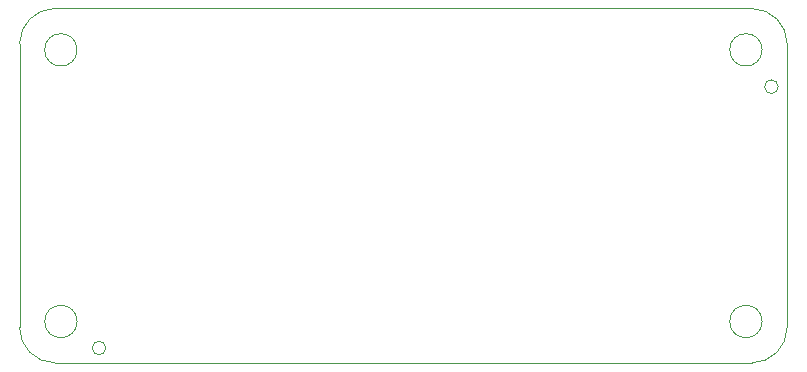
<source format=gbr>
%TF.GenerationSoftware,KiCad,Pcbnew,(5.1.8-0-10_14)*%
%TF.CreationDate,2021-08-19T17:30:32+08:00*%
%TF.ProjectId,microbyte-rp2040,6d696372-6f62-4797-9465-2d7270323034,rev?*%
%TF.SameCoordinates,Original*%
%TF.FileFunction,Profile,NP*%
%FSLAX46Y46*%
G04 Gerber Fmt 4.6, Leading zero omitted, Abs format (unit mm)*
G04 Created by KiCad (PCBNEW (5.1.8-0-10_14)) date 2021-08-19 17:30:32*
%MOMM*%
%LPD*%
G01*
G04 APERTURE LIST*
%TA.AperFunction,Profile*%
%ADD10C,0.074000*%
%TD*%
%TA.AperFunction,Profile*%
%ADD11C,0.050000*%
%TD*%
G04 APERTURE END LIST*
D10*
X123376000Y-107640000D02*
G75*
G03*
X123376000Y-107640000I-576000J0D01*
G01*
X180306000Y-85510000D02*
G75*
G03*
X180306000Y-85510000I-576000J0D01*
G01*
D11*
X119070000Y-78890000D02*
X178070000Y-78890000D01*
X181070000Y-81890000D02*
X181070000Y-105890000D01*
X178070000Y-108890000D02*
X119070000Y-108890000D01*
X116070000Y-105890000D02*
X116070000Y-81890000D01*
X116070000Y-81890000D02*
G75*
G02*
X119070000Y-78890000I3000000J0D01*
G01*
X119070000Y-108890000D02*
G75*
G02*
X116070000Y-105890000I0J3000000D01*
G01*
X181070000Y-105890000D02*
G75*
G02*
X178070000Y-108890000I-3000000J0D01*
G01*
X178070000Y-78890000D02*
G75*
G02*
X181070000Y-81890000I0J-3000000D01*
G01*
X120940328Y-82390000D02*
G75*
G03*
X120940328Y-82390000I-1370328J0D01*
G01*
X120940328Y-105390000D02*
G75*
G03*
X120940328Y-105390000I-1370328J0D01*
G01*
X178940328Y-82390000D02*
G75*
G03*
X178940328Y-82390000I-1370328J0D01*
G01*
X178940328Y-105390000D02*
G75*
G03*
X178940328Y-105390000I-1370328J0D01*
G01*
M02*

</source>
